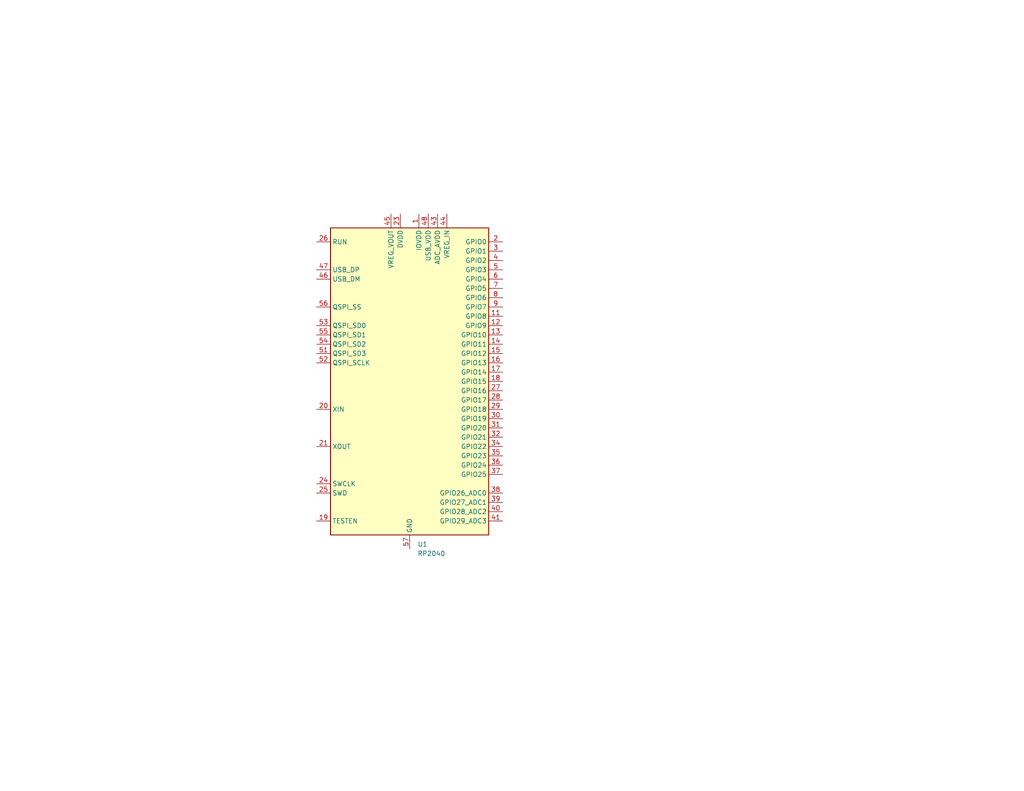
<source format=kicad_sch>
(kicad_sch (version 20250114) (generator "eeschema") (generator_version "9.0")
  (paper "A")
  (title_block (title "pico pinout"))
  (lib_symbols
    (symbol "MCU_RaspberryPi:RP2040"
      (property "Reference" "U" (at 17.78 45.72 0))
      (property "Value" "RP2040" (at 17.78 43.18 0))
      (symbol "RP2040_0_1"
        (rectangle (start -21.59 41.91) (end 21.59 -41.91) (stroke (width 0.254)) (fill (type background)))
      )
      (symbol "RP2040_1_1"
        (pin input line (at -25.4 38.1 0) (length 3.81) (name "RUN") (number "26"))
        (pin bidirectional line (at -25.4 30.48 0) (length 3.81) (name "USB_DP") (number "47"))
        (pin bidirectional line (at -25.4 27.94 0) (length 3.81) (name "USB_DM") (number "46"))
        (pin bidirectional line (at -25.4 20.32 0) (length 3.81) (name "QSPI_SS") (number "56"))
        (pin bidirectional line (at -25.4 15.24 0) (length 3.81) (name "QSPI_SD0") (number "53"))
        (pin bidirectional line (at -25.4 12.7 0) (length 3.81) (name "QSPI_SD1") (number "55"))
        (pin bidirectional line (at -25.4 10.16 0) (length 3.81) (name "QSPI_SD2") (number "54"))
        (pin bidirectional line (at -25.4 7.62 0) (length 3.81) (name "QSPI_SD3") (number "51"))
        (pin output line (at -25.4 5.08 0) (length 3.81) (name "QSPI_SCLK") (number "52"))
        (pin input line (at -25.4 -7.62 0) (length 3.81) (name "XIN") (number "20"))
        (pin passive line (at -25.4 -17.78 0) (length 3.81) (name "XOUT") (number "21"))
        (pin input line (at -25.4 -27.94 0) (length 3.81) (name "SWCLK") (number "24"))
        (pin bidirectional line (at -25.4 -30.48 0) (length 3.81) (name "SWD") (number "25"))
        (pin input line (at -25.4 -38.1 0) (length 3.81) (name "TESTEN") (number "19"))
        (pin power_out line (at -5.08 45.72 270) (length 3.81) (name "VREG_VOUT") (number "45"))
        (pin power_in line (at -2.54 45.72 270) (length 3.81) (name "DVDD") (number "23"))
        (pin passive line (at -2.54 45.72 270) (length 3.81) (hide yes) (name "DVDD") (number "50"))
        (pin power_in line (at 0 -45.72 90) (length 3.81) (name "GND") (number "57"))
        (pin power_in line (at 2.54 45.72 270) (length 3.81) (name "IOVDD") (number "1"))
        (pin passive line (at 2.54 45.72 270) (length 3.81) (hide yes) (name "IOVDD") (number "10"))
        (pin passive line (at 2.54 45.72 270) (length 3.81) (hide yes) (name "IOVDD") (number "22"))
        (pin passive line (at 2.54 45.72 270) (length 3.81) (hide yes) (name "IOVDD") (number "33"))
        (pin passive line (at 2.54 45.72 270) (length 3.81) (hide yes) (name "IOVDD") (number "42"))
        (pin passive line (at 2.54 45.72 270) (length 3.81) (hide yes) (name "IOVDD") (number "49"))
        (pin power_in line (at 5.08 45.72 270) (length 3.81) (name "USB_VDD") (number "48"))
        (pin power_in line (at 7.62 45.72 270) (length 3.81) (name "ADC_AVDD") (number "43"))
        (pin power_in line (at 10.16 45.72 270) (length 3.81) (name "VREG_IN") (number "44"))
        (pin bidirectional line (at 25.4 38.1 180) (length 3.81) (name "GPIO0") (number "2"))
        (pin bidirectional line (at 25.4 35.56 180) (length 3.81) (name "GPIO1") (number "3"))
        (pin bidirectional line (at 25.4 33.02 180) (length 3.81) (name "GPIO2") (number "4"))
        (pin bidirectional line (at 25.4 30.48 180) (length 3.81) (name "GPIO3") (number "5"))
        (pin bidirectional line (at 25.4 27.94 180) (length 3.81) (name "GPIO4") (number "6"))
        (pin bidirectional line (at 25.4 25.4 180) (length 3.81) (name "GPIO5") (number "7"))
        (pin bidirectional line (at 25.4 22.86 180) (length 3.81) (name "GPIO6") (number "8"))
        (pin bidirectional line (at 25.4 20.32 180) (length 3.81) (name "GPIO7") (number "9"))
        (pin bidirectional line (at 25.4 17.78 180) (length 3.81) (name "GPIO8") (number "11"))
        (pin bidirectional line (at 25.4 15.24 180) (length 3.81) (name "GPIO9") (number "12"))
        (pin bidirectional line (at 25.4 12.7 180) (length 3.81) (name "GPIO10") (number "13"))
        (pin bidirectional line (at 25.4 10.16 180) (length 3.81) (name "GPIO11") (number "14"))
        (pin bidirectional line (at 25.4 7.62 180) (length 3.81) (name "GPIO12") (number "15"))
        (pin bidirectional line (at 25.4 5.08 180) (length 3.81) (name "GPIO13") (number "16"))
        (pin bidirectional line (at 25.4 2.54 180) (length 3.81) (name "GPIO14") (number "17"))
        (pin bidirectional line (at 25.4 0 180) (length 3.81) (name "GPIO15") (number "18"))
        (pin bidirectional line (at 25.4 -2.54 180) (length 3.81) (name "GPIO16") (number "27"))
        (pin bidirectional line (at 25.4 -5.08 180) (length 3.81) (name "GPIO17") (number "28"))
        (pin bidirectional line (at 25.4 -7.62 180) (length 3.81) (name "GPIO18") (number "29"))
        (pin bidirectional line (at 25.4 -10.16 180) (length 3.81) (name "GPIO19") (number "30"))
        (pin bidirectional line (at 25.4 -12.7 180) (length 3.81) (name "GPIO20") (number "31"))
        (pin bidirectional line (at 25.4 -15.24 180) (length 3.81) (name "GPIO21") (number "32"))
        (pin bidirectional line (at 25.4 -17.78 180) (length 3.81) (name "GPIO22") (number "34"))
        (pin bidirectional line (at 25.4 -20.32 180) (length 3.81) (name "GPIO23") (number "35"))
        (pin bidirectional line (at 25.4 -22.86 180) (length 3.81) (name "GPIO24") (number "36"))
        (pin bidirectional line (at 25.4 -25.4 180) (length 3.81) (name "GPIO25") (number "37"))
        (pin bidirectional line (at 25.4 -30.48 180) (length 3.81) (name "GPIO26_ADC0") (number "38"))
        (pin bidirectional line (at 25.4 -33.02 180) (length 3.81) (name "GPIO27_ADC1") (number "39"))
        (pin bidirectional line (at 25.4 -35.56 180) (length 3.81) (name "GPIO28_ADC2") (number "40"))
        (pin bidirectional line (at 25.4 -38.1 180) (length 3.81) (name "GPIO29_ADC3") (number "41"))
      )
    )
  )
  (symbol (lib_id "MCU_RaspberryPi:RP2040") (at 111.76 104.14 0) (unit 1)
    (property "Reference" "U1" (at 113.9033 148.59 0) (effects (justify left)))
    (property "Value" "RP2040" (at 113.9033 151.13 0) (effects (justify left)))
    (property "Footprint" "Package_DFN_QFN:QFN-56-1EP_7x7mm_P0.4mm_EP3.2x3.2mm" (effects (hide yes)))
    (property "Datasheet" "https://datasheets.raspberrypi.com/rp2040/rp2040-datasheet.pdf" (effects (hide yes)))
    (property "Description" "A microcontroller by Raspberry Pi" (effects (hide yes)))
  )
)
</source>
